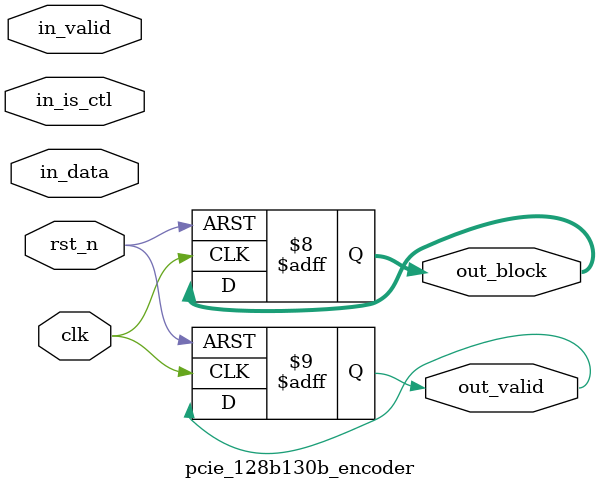
<source format=sv>
module pcie_128b130b_encoder (
    input  logic             clk,
    input  logic             rst_n,

    // Parallel 128-bit word in
    input  logic [127:0]     in_data,
    input  logic             in_valid,   // 1-cycle strobe
    input  logic             in_is_ctl,  // 1 = CONTROL block (unscrambled)

    // Encoded 130-bit block out
    output logic [129:0]     out_block,
    output logic             out_valid
);



always @(posedge clk or negedge rst_n) begin
    if (!rst_n) begin
        // Reset logic here
        out_block = 130'b0;
        out_valid = 1'b0;
    end else if (in_valid)  begin
        // Encoding logic here
        if(in_is_ctl == 1'b0) begin
            // Data block encoding
            encoded_out <= {2'b01, data_in};
        end else begin
            // Control block encoding
            encoded_out <= {2'b10, data_in};
        end
    end
end




endmodule

</source>
